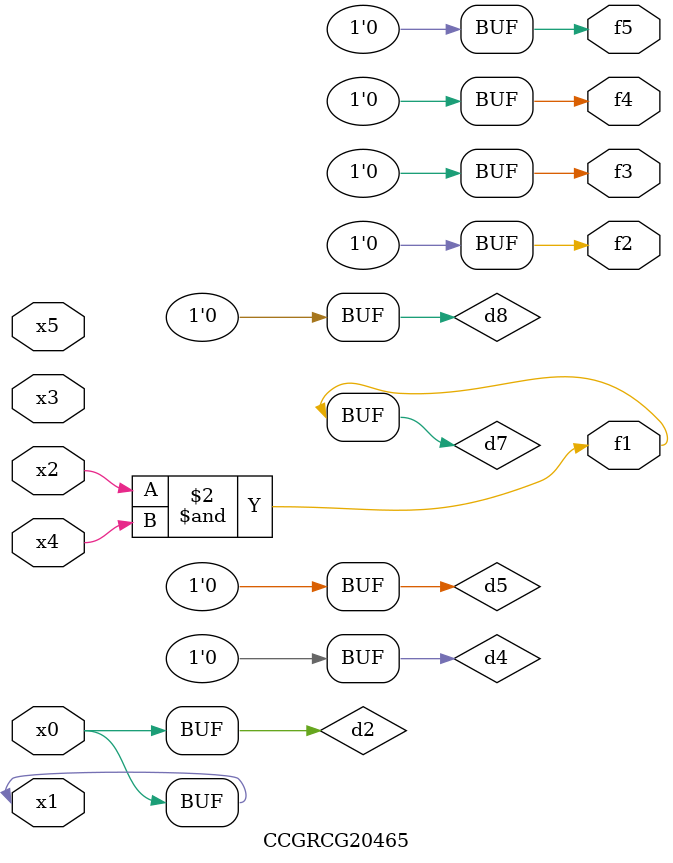
<source format=v>
module CCGRCG20465(
	input x0, x1, x2, x3, x4, x5,
	output f1, f2, f3, f4, f5
);

	wire d1, d2, d3, d4, d5, d6, d7, d8, d9;

	nand (d1, x1);
	buf (d2, x0, x1);
	nand (d3, x2, x4);
	and (d4, d1, d2);
	and (d5, d1, d2);
	nand (d6, d1, d3);
	not (d7, d3);
	xor (d8, d5);
	nor (d9, d5, d6);
	assign f1 = d7;
	assign f2 = d8;
	assign f3 = d8;
	assign f4 = d8;
	assign f5 = d8;
endmodule

</source>
